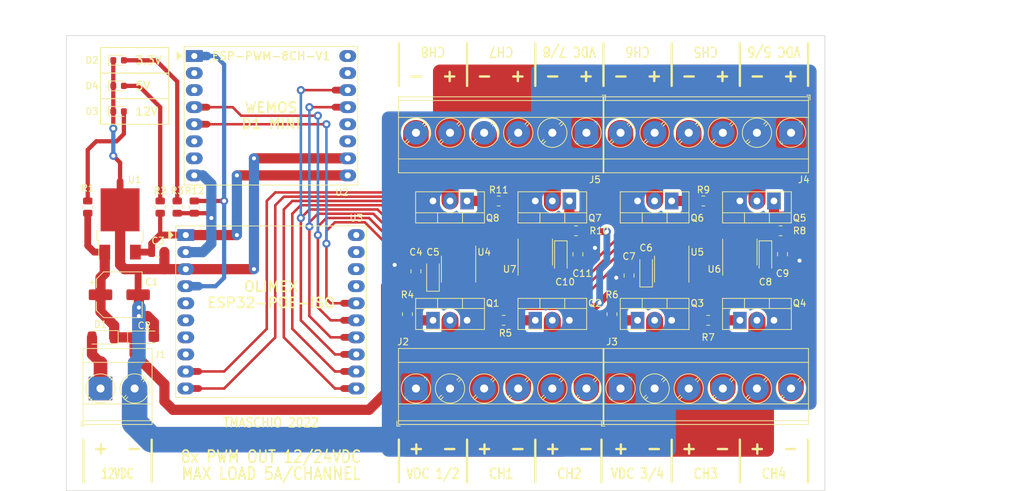
<source format=kicad_pcb>
(kicad_pcb (version 20240108) (generator "pcbnew") (generator_version "8.0")
  (title_block (title "ESP 6 Relay Module"))
  (layers (0 "F.Cu" signal) (31 "B.Cu" signal) (34 "B.Paste" user) (35 "F.Paste" user) (36 "B.SilkS" user "B.Silkscreen") (37 "F.SilkS" user "F.Silkscreen") (38 "B.Mask" user) (39 "F.Mask" user) (44 "Edge.Cuts" user))
  (net 0 "")
  (net 1 "+12VA")
  (net 2 "GNDREF")
  (net 3 "+5V")
  (net 4 "+12V")
  (net 5 "Net-(D2-Pad2)")
  (net 6 "Net-(D3-Pad2)")
  (net 7 "Net-(D4-Pad2)")
  (net 8 "+VA")
  (net 9 "+VB")
  (net 10 "+VC")
  (net 11 "Net-(J2-Pad4)")
  (net 12 "Net-(Q1-Pad1)")
  (net 13 "Net-(Q2-Pad1)")
  (net 14 "Net-(Q3-Pad1)")
  (net 15 "Net-(Q4-Pad1)")
  (net 16 "+3V3")
  (net 17 "Net-(J2-Pad6)")
  (net 20 "Net-(R8-Pad2)")
  (net 21 "Net-(R9-Pad2)")
  (net 22 "Net-(R12-Pad2)")
  (net 25 "+VD")
  (net 26 "Net-(J3-Pad4)")
  (net 28 "Net-(J3-Pad6)")
  (net 29 "Net-(J4-Pad4)")
  (net 30 "Net-(U2-Pad4)")
  (net 31 "Net-(U2-Pad5)")
  (net 37 "Net-(R6-Pad2)")
  (net 38 "Net-(R7-Pad2)")
  (net 41 "Net-(J4-Pad6)")
  (net 42 "Net-(J5-Pad4)")
  (net 43 "Net-(J5-Pad6)")
  (net 44 "Net-(Q5-Pad1)")
  (net 45 "Net-(Q6-Pad1)")
  (net 46 "Net-(Q7-Pad1)")
  (net 47 "Net-(Q8-Pad1)")
  (net 48 "Net-(R10-Pad2)")
  (net 49 "Net-(R11-Pad2)")
  (net 52 "Net-(U2-Pad13)")
  (net 53 "Net-(U2-Pad14)")
  (net 58 "Net-(R4-Pad2)")
  (net 59 "Net-(R5-Pad2)")
  (net 60 "Net-(U3-Pad9)")
  (net 61 "Net-(U3-Pad10)")
  (net 62 "Net-(U3-Pad11)")
  (net 63 "Net-(U3-Pad12)")
  (footprint "Tales:Olimex_ESP32-POE_Pads" (layer "F.Cu") (at 82.55 93.98)
    (property "Reference" "U3")
    (property "Value" "Olimex_ESP32-POE")
  )
  (footprint "Tales:SOIC-8_3.9x4.9mm_P1.27mm" (layer "F.Cu") (at 165.1 96.52 90)
    (property "Reference" "U6")
    (property "Value" "IR4427")
  )
  (footprint "Tales:C_0805_2012Metric" (layer "F.Cu") (at 171.45 96.835 -90)
    (property "Reference" "C9")
    (property "Value" "0,1uF/50V/0805")
  )
  (footprint "Tales:LED_0603_1608Metric" (layer "F.Cu") (at 72.5425 71.755)
    (property "Reference" "D4")
    (property "Value" "GREEN/0603")
  )
  (footprint "Tales:TO-220-3_Vertical" (layer "F.Cu") (at 134.62 106.68)
    (property "Reference" "Q2")
    (property "Value" "IRLB8721PBF")
  )
  (footprint "Tales:R_0805_2012Metric" (layer "F.Cu") (at 81.28 89.8125 90)
    (property "Reference" "R3")
    (property "Value" "270R/0,125W/0805")
  )
  (footprint "Tales:TerminalBlock_Phoenix_MKDS-3-6-5.08_1x06_P5.08mm_Horizontal" (layer "F.Cu") (at 142.24 78.74 180)
    (property "Reference" "J5")
    (property "Value" "CH7/8")
  )
  (footprint "Tales:SOIC-8_3.9x4.9mm_P1.27mm" (layer "F.Cu") (at 134.62 96.52 90)
    (property "Reference" "U7")
    (property "Value" "IR4427")
  )
  (footprint "Tales:R_0805_2012Metric" (layer "F.Cu") (at 129.8975 106.68 180)
    (property "Reference" "R5")
    (property "Value" "22R/0,125W/0805")
  )
  (footprint "Tales:C_0805_2012Metric" (layer "F.Cu") (at 116.84 99.375 90)
    (property "Reference" "C4")
    (property "Value" "0,1uF/50V/0805")
  )
  (footprint "Tales:TO-220-3_Vertical" (layer "F.Cu") (at 119.38 106.68)
    (property "Reference" "Q1")
    (property "Value" "IRLB8721PBF")
  )
  (footprint "Tales:TO-252-2" (layer "F.Cu") (at 72.765 92.32 90)
    (property "Reference" "U1")
    (property "Value" "L78M05")
  )
  (footprint "Tales:SOIC-8_3.9x4.9mm_P1.27mm" (layer "F.Cu") (at 123.19 99.06 -90)
    (property "Reference" "U4")
    (property "Value" "IR4427")
  )
  (footprint "Tales:CP_EIA-3216-18_Kemet-A_Pad1.58x1.35mm_HandSolder" (layer "F.Cu") (at 151.13 99.2275 90)
    (property "Reference" "C6")
    (property "Value" "1uF 35V")
  )
  (footprint "Tales:R_0805_2012Metric" (layer "F.Cu") (at 146.05 105.7675 90)
    (property "Reference" "R6")
    (property "Value" "22R/0,125W/0805")
  )
  (footprint "Tales:TO-220-3_Vertical" (layer "F.Cu") (at 139.7 88.9 180)
    (property "Reference" "Q7")
    (property "Value" "IRLB8721PBF")
  )
  (footprint "Tales:R_0805_2012Metric" (layer "F.Cu") (at 78.74 89.8125 90)
    (property "Reference" "R2")
    (property "Value" "680R/0,125W/0805")
  )
  (footprint "Tales:R_0805_2012Metric" (layer "F.Cu") (at 83.82 89.8125 90)
    (property "Reference" "R12")
    (property "Value" "4k7/0,125W/0805")
  )
  (footprint "Tales:TO-220-3_Vertical" (layer "F.Cu") (at 165.1 106.68)
    (property "Reference" "Q4")
    (property "Value" "IRLB8721PBF")
  )
  (footprint "Tales:R_0805_2012Metric" (layer "F.Cu") (at 140.6925 93.345 180)
    (property "Reference" "R10")
    (property "Value" "22R/0,125W/0805")
  )
  (footprint "Tales:C_0805_2012Metric" (layer "F.Cu") (at 148.59 100.015 90)
    (property "Reference" "C7")
    (property "Value" "0,1uF/50V/0805")
  )
  (footprint "Tales:CP_EIA-3216-18_Kemet-A_Pad1.58x1.35mm_HandSolder" (layer "F.Cu") (at 138.43 97.3225 -90)
    (property "Reference" "C10")
    (property "Value" "1uF 35V")
  )
  (footprint "Tales:TerminalBlock_Phoenix_MKDS-3-6-5.08_1x06_P5.08mm_Horizontal" (layer "F.Cu") (at 147.32 116.84)
    (property "Reference" "J3")
    (property "Value" "CH3/4")
  )
  (footprint "Tales:TO-220-3_Vertical" (layer "F.Cu") (at 149.86 106.68)
    (property "Reference" "Q3")
    (property "Value" "IRLB8721PBF")
  )
  (footprint "Tales:LED_0603_1608Metric" (layer "F.Cu") (at 72.5425 75.565)
    (property "Reference" "D3")
    (property "Value" "GREEN/0603")
  )
  (footprint "Tales:R_0805_2012Metric" (layer "F.Cu") (at 160.3775 106.68 180)
    (property "Reference" "R7")
    (property "Value" "22R/0,125W/0805")
  )
  (footprint "Tales:TerminalBlock_Phoenix_MKDS-3-6-5.08_1x06_P5.08mm_Horizontal" (layer "F.Cu") (at 116.84 116.84)
    (property "Reference" "J2")
    (property "Value" "CH1/2")
  )
  (footprint "Tales:R_0805_2012Metric" (layer "F.Cu") (at 171.1725 93.345 180)
    (property "Reference" "R8")
    (property "Value" "22R/0,125W/0805")
  )
  (footprint "Tales:CP_Elec_6.3x5.4" (layer "F.Cu") (at 72.65 102.87)
    (property "Reference" "C1")
    (property "Value" "47uF/35V/6,3x5,4")
  )
  (footprint "Tales:CP_EIA-3216-18_Kemet-A_Pad1.58x1.35mm_HandSolder" (layer "F.Cu") (at 76.3675 109.22)
    (property "Reference" "C2")
    (property "Value" "0,33uF/35V")
  )
  (footprint "Tales:CP_EIA-3216-18_Kemet-A_Pad1.58x1.35mm_HandSolder" (layer "F.Cu") (at 119.38 99.8625 90)
    (property "Reference" "C5")
    (property "Value" "1uF 35V")
  )
  (footprint "Tales:TerminalBlock_Phoenix_MKDS-3-6-5.08_1x06_P5.08mm_Horizontal" (layer "F.Cu") (at 172.72 78.74 180)
    (property "Reference" "J4")
    (property "Value" "CH5/6")
  )
  (footprint "Tales:WEMOS_D1_mini_light_pads" (layer "F.Cu") (at 83.82 67.31)
    (property "Reference" "U2")
    (property "Value" "WeMos_D1_mini")
  )
  (footprint "Tales:SOIC-8_3.9x4.9mm_P1.27mm" (layer "F.Cu") (at 154.94 99.06 -90)
    (property "Reference" "U5")
    (property "Value" "IR4427")
  )
  (footprint "Tales:D_SOD-123" (layer "F.Cu") (at 70.23 109.22 180)
    (property "Reference" "D1")
    (property "Value" "SM4007PL/SOD-123")
  )
  (footprint "Tales:LED_0603_1608Metric" (layer "F.Cu") (at 72.5425 67.945)
    (property "Reference" "D2")
    (property "Value" "GREEN/0603")
  )
  (footprint "Tales:C_0805_2012Metric" (layer "F.Cu") (at 140.97 96.835 -90)
    (property "Reference" "C11")
    (property "Value" "0,1uF/50V/0805")
  )
  (footprint "Tales:TO-220-3_Vertical" (layer "F.Cu") (at 170.18 88.9 180)
    (property "Reference" "Q5")
    (property "Value" "IRLB8721PBF")
  )
  (footprint "Tales:CP_EIA-3216-18_Kemet-A_Pad1.58x1.35mm_HandSolder" (layer "F.Cu") (at 168.91 97.3225 -90)
    (property "Reference" "C8")
    (property "Value" "1uF 35V")
  )
  (footprint "Tales:C_0805_2012Metric" (layer "F.Cu") (at 78.42 96.52)
    (property "Reference" "C3")
    (property "Value" "0,1uF/50V/0805")
  )
  (footprint "Tales:R_0805_2012Metric" (layer "F.Cu") (at 115.57 105.7675 90)
    (property "Reference" "R4")
    (property "Value" "22R/0,125W/0805")
  )
  (footprint "Tales:TO-220-3_Vertical" (layer "F.Cu") (at 154.94 88.9 180)
    (property "Reference" "Q6")
    (property "Value" "IRLB8721PBF")
  )
  (footprint "Tales:TO-220-3_Vertical" (layer "F.Cu") (at 124.46 88.9 180)
    (property "Reference" "Q8")
    (property "Value" "IRLB8721PBF")
  )
  (footprint "Tales:R_0805_2012Metric" (layer "F.Cu") (at 67.945 89.8125 90)
    (property "Reference" "R1")
    (property "Value" "2k2/0,125W/0805")
  )
  (footprint "Tales:R_0805_2012Metric" (layer "F.Cu") (at 159.6625 88.9)
    (property "Reference" "R9")
    (property "Value" "22R/0,125W/0805")
  )
  (footprint "Tales:R_0805_2012Metric" (layer "F.Cu") (at 129.1825 88.9)
    (property "Reference" "R11")
    (property "Value" "22R/0,125W/0805")
  )
  (footprint "Tales:TerminalBlock_Phoenix_MKDS-3-2-5.08_1x02_P5.08mm_Horizontal" (layer "F.Cu") (at 69.85 116.84)
    (property "Reference" "J1")
    (property "Value" "12VDC")
  )
  (gr_line (start 69.85 69.85) (end 80.01 69.85) (stroke (width 0.15)) (layer "F.SilkS"))
  (gr_line (start 80.01 77.47) (end 80.01 66.04) (stroke (width 0.15)) (layer "F.SilkS"))
  (gr_line (start 69.85 77.47) (end 80.01 77.47) (stroke (width 0.15)) (layer "F.SilkS"))
  (gr_line (start 80.01 66.04) (end 69.85 66.04) (stroke (width 0.15)) (layer "F.SilkS"))
  (gr_line (start 69.85 73.66) (end 80.01 73.66) (stroke (width 0.15)) (layer "F.SilkS"))
  (gr_line (start 69.85 66.04) (end 69.85 77.47) (stroke (width 0.15)) (layer "F.SilkS"))
  (gr_line (start 165.1 65.405) (end 165.1 71.755) (stroke (width 0.35)) (layer "F.SilkS"))
  (gr_line (start 175.26 65.405) (end 175.26 71.755) (stroke (width 0.35)) (layer "F.SilkS"))
  (gr_line (start 134.62 124.46) (end 134.62 130.81) (stroke (width 0.35)) (layer "F.SilkS"))
  (gr_line (start 114.3 124.46) (end 114.3 130.81) (stroke (width 0.35)) (layer "F.SilkS"))
  (gr_line (start 165.1 124.46) (end 165.1 130.81) (stroke (width 0.35)) (layer "F.SilkS"))
  (gr_line (start 144.78 65.405) (end 144.78 71.755) (stroke (width 0.35)) (layer "F.SilkS"))
  (gr_line (start 154.94 124.46) (end 154.94 130.81) (stroke (width 0.35)) (layer "F.SilkS"))
  (gr_line (start 144.48 124.46) (end 144.48 130.81) (stroke (width 0.35)) (layer "F.SilkS"))
  (gr_line (start 175.26 124.46) (end 175.26 130.81) (stroke (width 0.35)) (layer "F.SilkS"))
  (gr_line (start 124.46 124.46) (end 124.46 130.81) (stroke (width 0.35)) (layer "F.SilkS"))
  (gr_line (start 114.3 65.405) (end 114.3 71.755) (stroke (width 0.35)) (layer "F.SilkS"))
  (gr_line (start 134.62 65.405) (end 134.62 71.755) (stroke (width 0.35)) (layer "F.SilkS"))
  (gr_line (start 154.94 65.405) (end 154.94 71.755) (stroke (width 0.35)) (layer "F.SilkS"))
  (gr_line (start 124.46 65.405) (end 124.46 71.755) (stroke (width 0.35)) (layer "F.SilkS"))
  (gr_line (start 67.31 124.46) (end 67.31 130.81) (stroke (width 0.35)) (layer "F.SilkS"))
  (gr_line (start 77.47 124.46) (end 77.47 130.81) (stroke (width 0.35)) (layer "F.SilkS"))
  (gr_line (start 64.77 132.08) (end 177.77 132.08) (stroke (width 0.1)) (layer "Edge.Cuts"))
  (gr_line (start 177.77 64.28) (end 64.77 64.28) (stroke (width 0.1)) (layer "Edge.Cuts"))
  (gr_line (start 177.77 132.08) (end 177.77 64.28) (stroke (width 0.1)) (layer "Edge.Cuts"))
  (gr_line (start 64.77 64.28) (end 64.77 132.08) (stroke (width 0.1)) (layer "Edge.Cuts"))
  (gr_text "12VDC" (at 72.39 129.54 0) (layer "F.SilkS") (effects (font (size 1.5 1) (thickness 0.25))))
  (gr_text "8x PWM OUT 12/24VDC" (at 95.25 127 0) (layer "F.SilkS") (effects (font (size 1.8 1.5) (thickness 0.25))))
  (gr_text "12V" (at 74.93 75.565 0) (layer "F.SilkS") (effects (font (size 1.2 1.2) (thickness 0.2)) (justify left)))
  (gr_text "5V" (at 74.93 71.755 0) (layer "F.SilkS") (effects (font (size 1.2 1.2) (thickness 0.2)) (justify left)))
  (gr_text "3.3V" (at 74.93 67.945 0) (layer "F.SilkS") (effects (font (size 1.2 1.2) (thickness 0.2)) (justify left)))
  (gr_text "OLIMEX\nESP32-POE-ISO" (at 95.25 102.87 0) (layer "F.SilkS") (effects (font (size 1.5 1.5) (thickness 0.25))))
  (gr_text "MAX LOAD 5A/CHANNEL" (at 95.25 129.54 0) (layer "F.SilkS") (effects (font (size 1.8 1.5) (thickness 0.25))))
  (gr_text "+  -" (at 129.54 125.73 0) (layer "F.SilkS") (effects (font (size 1.8 1.8) (thickness 0.35))))
  (gr_text "CH5" (at 160.02 66.675 180) (layer "F.SilkS") (effects (font (size 1.5 1.2) (thickness 0.2))))
  (gr_text "CH2" (at 139.7 129.54 0) (layer "F.SilkS") (effects (font (size 1.5 1.2) (thickness 0.25))))
  (gr_text "CH8" (at 119.38 66.675 180) (layer "F.SilkS") (effects (font (size 1.5 1.2) (thickness 0.2))))
  (gr_text "VDC 7/8" (at 139.7 66.675 180) (layer "F.SilkS") (effects (font (size 1.5 1.2) (thickness 0.25))))
  (gr_text "CH3" (at 160.02 129.54 0) (layer "F.SilkS") (effects (font (size 1.5 1.2) (thickness 0.25))))
  (gr_text "+  -" (at 160.02 125.73 0) (layer "F.SilkS") (effects (font (size 1.8 1.8) (thickness 0.35))))
  (gr_text "+  -" (at 160.02 70.485 180) (layer "F.SilkS") (effects (font (size 1.8 1.8) (thickness 0.35))))
  (gr_text "+  -" (at 170.18 125.73 0) (layer "F.SilkS") (effects (font (size 1.8 1.8) (thickness 0.35))))
  (gr_text "+  -" (at 149.86 125.73 0) (layer "F.SilkS") (effects (font (size 1.8 1.8) (thickness 0.35))))
  (gr_text "+  -" (at 170.18 70.485 180) (layer "F.SilkS") (effects (font (size 1.8 1.8) (thickness 0.35))))
  (gr_text "VDC 1/2" (at 119.38 129.54 0) (layer "F.SilkS") (effects (font (size 1.5 1.2) (thickness 0.25))))
  (gr_text "+  -" (at 72.39 125.73 0) (layer "F.SilkS") (effects (font (size 1.8 1.8) (thickness 0.35))))
  (gr_text "+  -" (at 119.38 70.485 180) (layer "F.SilkS") (effects (font (size 1.8 1.8) (thickness 0.35))))
  (gr_text "+  -" (at 149.86 70.485 180) (layer "F.SilkS") (effects (font (size 1.8 1.8) (thickness 0.35))))
  (gr_text "TMASCHIO 2022" (at 95.25 121.92 0) (layer "F.SilkS") (effects (font (size 1.4 1.2) (thickness 0.2))))
  (gr_text "+  -" (at 139.7 70.485 180) (layer "F.SilkS") (effects (font (size 1.8 1.8) (thickness 0.35))))
  (gr_text "WEMOS\nD1 MINI" (at 95.25 76.2 0) (layer "F.SilkS") (effects (font (size 1.5 1.5) (thickness 0.25))))
  (gr_text "+  -" (at 129.54 70.485 180) (layer "F.SilkS") (effects (font (size 1.8 1.8) (thickness 0.35))))
  (gr_text "VDC 5/6" (at 170.18 66.675 180) (layer "F.SilkS") (effects (font (size 1.5 1.2) (thickness 0.25))))
  (gr_text "CH4" (at 170.18 129.54 0) (layer "F.SilkS") (effects (font (size 1.5 1.2) (thickness 0.25))))
  (gr_text "CH6" (at 149.86 66.675 180) (layer "F.SilkS") (effects (font (size 1.5 1.2) (thickness 0.2))))
  (gr_text "+  -" (at 119.38 125.73 0) (layer "F.SilkS") (effects (font (size 1.8 1.8) (thickness 0.35))))
  (gr_text "CH7" (at 129.54 66.675 180) (layer "F.SilkS") (effects (font (size 1.5 1.2) (thickness 0.2))))
  (gr_text "CH1" (at 129.54 129.54 0) (layer "F.SilkS") (effects (font (size 1.5 1.2) (thickness 0.25))))
  (gr_text "+  -" (at 139.7 125.73 0) (layer "F.SilkS") (effects (font (size 1.8 1.8) (thickness 0.35))))
  (gr_text "ESP-PWM-8CH-V1" (at 95.25 67.31 0) (layer "F.SilkS") (effects (font (size 1.2 1.2) (thickness 0.2))))
  (gr_text "VDC 3/4" (at 149.86 129.54 0) (layer "F.SilkS") (effects (font (size 1.5 1.2) (thickness 0.25))))
  (segment (start 74.93 111.76) (end 79.375 116.205) (width 1.524) (layer "F.Cu") (net 1))
  (segment (start 140.97 95.885) (end 138.43 95.885) (width 1.016) (layer "F.Cu") (net 1))
  (segment (start 148.89 100.665) (end 148.59 100.965) (width 1.016) (layer "F.Cu") (net 1))
  (segment (start 67.945 95.5675) (end 67.945 90.805) (width 1.016) (layer "F.Cu") (net 1))
  (segment (start 154.305 101.535) (end 154.305 99.695) (width 0.635) (layer "F.Cu") (net 1))
  (segment (start 161.29 102.235) (end 158.75 99.695) (width 1.016) (layer "F.Cu") (net 1))
  (segment (start 71.88 107.44) (end 69.85 105.41) (width 1.524) (layer "F.Cu") (net 1))
  (segment (start 70.485 96.52) (end 68.8975 96.52) (width 1.016) (layer "F.Cu") (net 1))
  (segment (start 70.485 96.52) (end 70.485 99.695) (width 1.524) (layer "F.Cu") (net 1))
  (segment (start 141.351 95.885) (end 142.24 94.996) (width 1.016) (layer "F.Cu") (net 1))
  (segment (start 69.85 105.41) (end 69.85 102.87) (width 1.524) (layer "F.Cu") (net 1))
  (segment (start 120.503005 99.695) (end 119.38 100.818005) (width 1.016) (layer "F.Cu") (net 1))
  (segment (start 112.395 101.6) (end 113.67 100.325) (width 1.524) (layer "F.Cu") (net 1))
  (segment (start 109.855 120.015) (end 112.395 117.475) (width 1.524) (layer "F.Cu") (net 1))
  (segment (start 135.89 95.885) (end 138.43 95.885) (width 0.635) (layer "F.Cu") (net 1))
  (segment (start 79.375 116.205) (end 79.375 118.745) (width 1.524) (layer "F.Cu") (net 1))
  (segment (start 80.645 120.015) (end 109.855 120.015) (width 1.524) (layer "F.Cu") (net 1))
  (segment (start 174.625 95.885) (end 175.895 97.155) (width 1.016) (layer "F.Cu") (net 1))
  (segment (start 143.63652 104.64848) (end 128.77848 104.64848) (width 1.016) (layer "F.Cu") (net 1))
  (segment (start 117.815 101.3) (end 116.84 100.325) (width 1.524) (layer "F.Cu") (net 1))
  (segment (start 70.485 99.695) (end 69.85 100.33) (width 1.524) (layer "F.Cu") (net 1))
  (segment (start 158.75 99.695) (end 152.1 99.695) (width 1.016) (layer "F.Cu") (net 1))
  (segment (start 143.764 93.472) (end 145.288 93.472) (width 1.016) (layer "F.Cu") (net 1))
  (segment (start 112.395 117.475) (end 112.395 101.6) (width 1.524) (layer "F.Cu") (net 1))
  (segment (start 173.99 102.235) (end 161.29 102.235) (width 1.016) (layer "F.Cu") (net 1))
  (segment (start 119.38 100.818005) (end 119.38 101.3) (width 1.016) (layer "F.Cu") (net 1))
  (segment (start 68.8975 96.52) (end 67.945 95.5675) (width 1.016) (layer "F.Cu") (net 1))
  (segment (start 175.895 97.155) (end 175.895 100.33) (width 1.016) (layer "F.Cu") (net 1))
  (segment (start 140.97 95.885) (end 141.351 95.885) (width 1.016) (layer "F.Cu") (net 1))
  (segment (start 144.2085 104.0765) (end 143.63652 104.64848) (width 1.016) (layer "F.Cu") (net 1))
  (segment (start 148.59 100.965) (end 148.59 101.854) (width 1.016) (layer "F.Cu") (net 1))
  (segment (start 151.13 100.665) (end 148.89 100.665) (width 1.016) (layer "F.Cu") (net 1))
  (segment (start 71.88 109.22) (end 71.88 107.44) (width 1.524) (layer "F.Cu") (net 1))
  (segment (start 69.85 100.33) (end 69.85 102.87) (width 1.524) (layer "F.Cu") (net 1))
  (segment (start 165.735 94.769676) (end 165.735 94.045) (width 0.635) (layer "F.Cu") (net 1))
  (segment (start 147.828 102.616) (end 145.669 102.616) (width 1.016) (layer "F.Cu") (net 1))
  (segment (start 125.73 99.695) (end 122.555 99.695) (width 1.016) (layer "F.Cu") (net 1))
  (segment (start 142.24 94.996) (end 143.764 93.472) (width 1.016) (layer "F.Cu") (net 1))
  (segment (start 168.91 95.885) (end 166.850324 95.885) (width 0.635) (layer "F.Cu") (net 1))
  (segment (start 126.365 102.235) (end 126.365 100.33) (width 1.016) (layer "F.Cu") (net 1))
  (segment (start 74.93 109.22) (end 74.93 111.76) (width 1.524) (layer "F.Cu") (net 1))
  (segment (start 71.88 109.22) (end 74.93 109.22) (width 1.524) (layer "F.Cu") (net 1))
  (segment (start 175.895 100.33) (end 173.99 102.235) (width 1.016) (layer "F.Cu") (net 1))
  (segment (start 152.1 99.695) (end 151.13 100.665) (width 1.016) (layer "F.Cu") (net 1))
  (segment (start 126.365 100.33) (end 125.73 99.695) (width 1.016) (layer "F.Cu") (net 1))
  (segment (start 122.555 101.535) (end 122.555 99.695) (width 1.016) (layer "F.Cu") (net 1))
  (segment (start 135.255 95.25) (end 135.89 95.885) (width 0.635) (layer "F.Cu") (net 1))
  (segment (start 119.38 101.3) (end 117.815 101.3) (width 1.524) (layer "F.Cu") (net 1))
  (segment (start 148.59 101.854) (end 147.828 102.616) (width 1.016) (layer "F.Cu") (net 1))
  (segment (start 171.45 95.885) (end 174.625 95.885) (width 1.016) (layer "F.Cu") (net 1))
  (segment (start 135.255 94.045) (end 135.255 95.25) (width 0.635) (layer "F.Cu") (net 1))
  (segment (start 145.669 102.616) (end 144.2085 104.0765) (width 1.016) (layer "F.Cu") (net 1))
  (segment (start 122.555 99.695) (end 120.503005 99.695) (width 1.016) (layer "F.Cu") (net 1))
  (segment (start 113.67 100.325) (end 116.84 100.325) (width 1.524) (layer "F.Cu") (net 1))
  (segment (start 128.77848 104.64848) (end 126.365 102.235) (width 1.016) (layer "F.Cu") (net 1))
  (segment (start 166.850324 95.885) (end 165.735 94.769676) (width 0.635) (layer "F.Cu") (net 1))
  (segment (start 171.45 95.885) (end 168.91 95.885) (width 1.016) (layer "F.Cu") (net 1))
  (segment (start 79.375 118.745) (end 80.645 120.015) (width 1.524) (layer "F.Cu") (net 1))
  (via (at 144.2085 104.0765) (size 1.2) (drill 0.6) (layers "F.Cu" "B.Cu") (net 1))
  (via (at 145.288 93.472) (size 1.2) (drill 0.6) (layers "F.Cu" "B.Cu") (net 1))
  (segment (start 145.288 93.472) (end 145.288 98.044) (width 1.016) (layer "B.Cu") (net 1))
  (segment (start 145.288 98.044) (end 144.2085 99.1235) (width 1.016) (layer "B.Cu") (net 1))
  (segment (start 144.2085 99.1235) (end 144.2085 104.0765) (width 1.016) (layer "B.Cu") (net 1))
  (segment (start 154.305 97.79) (end 153.67 98.425) (width 0.635) (layer "F.Cu") (net 2))
  (segment (start 79.375 99.06) (end 73.43 99.06) (width 1.524) (layer "F.Cu") (net 2))
  (segment (start 169.885 97.785) (end 168.91 98.76) (width 1.016) (layer "F.Cu") (net 2))
  (segment (start 147.95 99.065) (end 148.59 99.065) (width 1.016) (layer "F.Cu") (net 2))
  (segment (start 140.97 97.785) (end 139.405 97.785) (width 1.016) (layer "F.Cu") (net 2))
  (segment (start 76.835 106.045) (end 75.565 106.045) (width 1.524) (layer "F.Cu") (net 2))
  (segment (start 72.765 85.985) (end 72.765 90.22) (width 1.016) (layer "F.Cu") (net 2))
  (segment (start 71.755 67.945) (end 71.755 71.755) (width 0.635) (layer "F.Cu") (net 2))
  (segment (start 79.375 99.06) (end 82.55 99.06) (width 1.524) (layer "F.Cu") (net 2))
  (segment (start 82.55 99.06) (end 92.71 99.06) (width 1.524) (layer "F.Cu") (net 2))
  (segment (start 139.405 97.785) (end 138.43 98.76) (width 1.016) (layer "F.Cu") (net 2))
  (segment (start 92.71 82.55) (end 106.68 82.55) (width 1.524) (layer "F.Cu") (net 2))
  (segment (start 143.51 95.885) (end 141.61 97.785) (width 1.016) (layer "F.Cu") (net 2))
  (segment (start 173.995 97.785) (end 171.45 97.785) (width 1.016) (layer "F.Cu") (net 2))
  (segment (start 71.755 75.565) (end 71.755 78.105) (width 0.635) (layer "F.Cu") (net 2))
  (segment (start 79.37 96.52) (end 79.37 99.055) (width 1.524) (layer "F.Cu") (net 2))
  (segment (start 165.735 98.995) (end 165.735 100.33) (width 0.635) (layer "F.Cu") (net 2))
  (segment (start 137.16 97.155) (end 138.43 98.425) (width 0.635) (layer "F.Cu") (net 2))
  (segment (start 166.37 100.965) (end 168.275 100.965) (width 0.635) (layer "F.Cu") (net 2))
  (segment (start 151.765 98.425) (end 151.13 97.79) (width 0.635) (layer "F.Cu") (net 2))
  (segment (start 135.255 97.79) (end 135.89 97.155) (width 0.635) (layer "F.Cu") (net 2))
  (segment (start 77.805 107.015) (end 76.835 106.045) (width 1.524) (layer "F.Cu") (net 2))
  (segment (start 141.61 97.785) (end 140.97 97.785) (width 1.016) (layer "F.Cu") (net 2))
  (segment (start 121.92 98.425) (end 119.38 98.425) (width 0.635) (layer "F.Cu") (net 2))
  (segment (start 72.765 98.395) (end 72.765 90.22) (width 1.524) (layer "F.Cu") (net 2))
  (segment (start 77.805 109.22) (end 77.805 107.015) (width 1.524) (layer "F.Cu") (net 2))
  (segment (start 135.255 98.995) (end 135.255 97.79) (width 0.635) (layer "F.Cu") (net 2))
  (segment (start 75.565 106.045) (end 75.565 102.985) (width 1.524) (layer "F.Cu") (net 2))
  (segment (start 171.45 97.785) (end 169.885 97.785) (width 1.016) (layer "F.Cu") (net 2))
  (segment (start 168.91 100.33) (end 168.91 98.76) (width 0.635) (layer "F.Cu") (net 2))
  (segment (start 119.38 98.425) (end 116.84 98.425) (width 1.016) (layer "F.Cu") (net 2))
  (segment (start 122.555 97.79) (end 121.92 98.425) (width 0.635) (layer "F.Cu") (net 2))
  (segment (start 135.89 97.155) (end 137.16 97.155) (width 0.635) (layer "F.Cu") (net 2))
  (segment (start 75.45 102.87) (end 75.45 99.06) (width 1.016) (layer "F.Cu") (net 2))
  (segment (start 71.755 71.755) (end 71.755 75.565) (width 0.635) (layer "F.Cu") (net 2))
  (segment (start 122.555 96.585) (end 122.555 97.79) (width 0.635) (layer "F.Cu") (net 2))
  (segment (start 148.59 99.065) (end 149.855 99.065) (width 1.016) (layer "F.Cu") (net 2))
  (segment (start 79.37 99.055) (end 79.375 99.06) (width 1.016) (layer "F.Cu") (net 2))
  (segment (start 71.755 82.175) (end 72.765 83.185) (width 0.635) (layer "F.Cu") (net 2))
  (segment (start 154.305 96.585) (end 154.305 97.79) (width 0.635) (layer "F.Cu") (net 2))
  (segment (start 165.735 100.33) (end 166.37 100.965) (width 0.635) (layer "F.Cu") (net 2))
  (segment (start 168.275 100.965) (end 168.91 100.33) (width 0.635) (layer "F.Cu") (net 2))
  (segment (start 146.685 100.33) (end 147.95 99.065) (width 1.016) (layer "F.Cu") (net 2))
  (segment (start 73.43 99.06) (end 72.765 98.395) (width 1.524) (layer "F.Cu") (net 2))
  (segment (start 113.665 98.425) (end 116.84 98.425) (width 1.016) (layer "F.Cu") (net 2))
  (segment (start 153.67 98.425) (end 151.765 98.425) (width 0.635) (layer "F.Cu") (net 2))
  (segment (start 72.765 83.185) (end 72.765 85.985) (width 0.635) (layer "F.Cu") (net 2))
  (segment (start 75.565 102.985) (end 75.45 102.87) (width 1.016) (layer "F.Cu") (net 2))
  (segment (start 149.855 99.065) (end 151.13 97.79) (width 1.016) (layer "F.Cu") (net 2))
  (via (at 173.99 97.79) (size 1.2) (drill 0.6) (layers "F.Cu" "B.Cu") (net 2))
  (via (at 92.71 82.55) (size 1.2) (drill 0.6) (layers "F.Cu" "B.Cu") (net 2))
  (via (at 71.755 82.175) (size 1.2) (drill 0.6) (layers "F.Cu" "B.Cu") (net 2))
  (via (at 71.755 78.105) (size 1.2) (drill 0.6) (layers "F.Cu" "B.Cu") (net 2))
  (via (at 92.71 99.06) (size 1.2) (drill 0.6) (layers "F.Cu" "B.Cu") (net 2))
  (via (at 75.565 104.775) (size 1.2) (drill 0.6) (layers "F.Cu" "B.Cu") (net 2))
  (via (at 146.685 100.33) (size 1.2) (drill 0.6) (layers "F.Cu" "B.Cu") (net 2))
  (via (at 75.565 106.045) (size 1.2) (drill 0.6) (layers "F.Cu" "B.Cu") (net 2))
  (via (at 113.665 98.425) (size 1.2) (drill 0.6) (layers "F.Cu" "B.Cu") (net 2))
  (via (at 143.51 95.885) (size 1.2) (drill 0.6) (layers "F.Cu" "B.Cu") (net 2))
  (segment (start 154.94 111.76) (end 152.4 111.76) (width 1.524) (layer "B.Cu") (net 2))
  (segment (start 139.7 109.22) (end 137.16 111.76) (width 1.524) (layer "B.Cu") (net 2))
  (segment (start 74.93 116.84) (end 74.93 113.03) (width 2.032) (layer "B.Cu") (net 2))
  (segment (start 121.92 124.46) (end 149.86 124.46) (width 1.524) (layer "B.Cu") (net 2))
  (segment (start 74.93 113.03) (end 75.565 112.395) (width 2.032) (layer "B.Cu") (net 2))
  (segment (start 71.755 78.105) (end 71.755 82.175) (width 0.635) (layer "B.Cu") (net 2))
  (segment (start 167.64 111.76) (end 154.94 111.76) (width 1.524) (layer "B.Cu") (net 2))
  (segment (start 124.46 106.68) (end 124.46 111.76) (width 1.524) (layer "B.Cu") (net 2))
  (segment (start 77.47 124.46) (end 74.93 121.92) (width 3.81) (layer "B.Cu") (net 2))
  (segment (start 139.7 106.68) (end 139.7 109.22) (width 1.524) (layer "B.Cu") (net 2))
  (segment (start 75.565 112.395) (end 75.565 104.775) (width 2.032) (layer "B.Cu") (net 2))
  (segment (start 167.64 78.74) (end 167.64 83.82) (width 1.524) (layer "B.Cu") (net 2))
  (segment (start 146.685 100.33) (end 146.685 109.22) (width 1.524) (layer "B.Cu") (net 2))
  (segment (start 134.62 83.82) (end 137.16 83.82) (width 1.524) (layer "B.Cu") (net 2))
  (segment (start 149.86 124.46) (end 152.4 121.92) (width 1.524) (layer "B.Cu") (net 2))
  (segment (start 143.51 95.885) (end 143.51 86.36) (width 1.524) (layer "B.Cu") (net 2))
  (segment (start 149.225 111.76) (end 152.4 111.76) (width 1.524) (layer "B.Cu") (net 2))
  (segment (start 139.7 71.12) (end 137.16 73.66) (width 1.524) (layer "B.Cu") (net 2))
  (segment (start 113.665 98.425) (end 113.665 109.22) (width 1.524) (layer "B.Cu") (net 2))
  (segment (start 170.18 106.68) (end 170.18 109.22) (width 1.524) (layer "B.Cu") (net 2))
  (segment (start 152.4 116.84) (end 152.4 111.76) (width 1.524) (layer "B.Cu") (net 2))
  (segment (start 167.64 73.66) (end 165.1 71.12) (width 1.524) (layer "B.Cu") (net 2))
  (segment (start 113.665 109.22) (end 116.205 111.76) (width 1.524) (layer "B.Cu") (net 2))
  (segment (start 113.665 86.995) (end 116.84 83.82) (width 1.524) (layer "B.Cu") (net 2))
  (segment (start 134.62 88.9) (end 134.62 83.82) (width 1.524) (layer "B.Cu") (net 2))
  (segment (start 137.16 111.76) (end 124.46 111.76) (width 1.524) (layer "B.Cu") (net 2))
  (segment (start 137.16 78.74) (end 137.16 83.82) (width 1.524) (layer "B.Cu") (net 2))
  (segment (start 149.86 86.36) (end 152.4 83.82) (width 1.524) (layer "B.Cu") (net 2))
  (segment (start 165.1 83.82) (end 167.64 83.82) (width 1.524) (layer "B.Cu") (net 2))
  (segment (start 116.205 111.76) (end 121.92 111.76) (width 1.524) (layer "B.Cu") (net 2))
  (segment (start 119.38 88.9) (end 119.38 83.82) (width 1.524) (layer "B.Cu") (net 2))
  (segment (start 121.92 111.76) (end 121.92 116.84) (width 1.524) (layer "B.Cu") (net 2))
  (segment (start 74.93 121.92) (end 74.93 116.84) (width 3.81) (layer "B.Cu") (net 2))
  (segment (start 152.4 83.82) (end 165.1 83.82) (width 1.524) (layer "B.Cu") (net 2))
  (segment (start 165.1 88.9) (end 165.1 83.82) (width 1.524) (layer "B.Cu") (net 2))
  (segment (start 119.38 83.82) (end 134.62 83.82) (width 1.524) (layer "B.Cu") (net 2))
  (segment (start 170.18 109.22) (end 167.64 111.76) (width 1.524) (layer "B.Cu") (net 2))
  (segment (start 121.92 116.84) (end 121.92 124.46) (width 1.524) (layer "B.Cu") (net 2))
  (segment (start 137.16 73.66) (end 137.16 78.74) (width 1.524) (layer "B.Cu") (net 2))
  (segment (start 116.84 83.82) (end 119.38 83.82) (width 1.524) (layer "B.Cu") (net 2))
  (segment (start 113.665 86.995) (end 113.665 98.425) (width 1.524) (layer "B.Cu") (net 2))
  (segment (start 173.99 97.79) (end 173.99 86.36) (width 1.524) (layer "B.Cu") (net 2))
  (segment (start 121.92 111.76) (end 124.46 111.76) (width 1.524) (layer "B.Cu") (net 2))
  (segment (start 143.51 86.36) (end 140.97 83.82) (width 1.524) (layer "B.Cu") (net 2))
  (segment (start 140.97 83.82) (end 137.16 83.82) (width 1.524) (layer "B.Cu") (net 2))
  (segment (start 77.47 124.46) (end 121.92 124.46) (width 3.81) (layer "B.Cu") (net 2))
  (segment (start 171.45 83.82) (end 167.64 83.82) (width 1.524) (layer "B.Cu") (net 2))
  (segment (start 152.4 121.92) (end 152.4 116.84) (width 1.524) (layer "B.Cu") (net 2))
  (segment (start 167.64 78.74) (end 167.64 73.66) (width 1.524) (layer "B.Cu") (net 2))
  (segment (start 149.86 88.9) (end 149.86 86.36) (width 1.524) (layer "B.Cu") (net 2))
  (segment (start 165.1 71.12) (end 139.7 71.12) (width 1.524) (layer "B.Cu") (net 2))
  (segment (start 146.685 109.22) (end 149.225 111.76) (width 1.524) (layer "B.Cu") (net 2))
  (segment (start 173.99 86.36) (end 171.45 83.82) (width 1.524) (layer "B.Cu") (net 2))
  (segment (start 154.94 106.68) (end 154.94 111.76) (width 1.524) (layer "B.Cu") (net 2))
  (segment (start 92.71 99.06) (end 92.71 82.55) (width 1.524) (layer "B.Cu") (net 2))
  (segment (start 78.74 93.98) (end 82.55 93.98) (width 1.016) (layer "F.Cu") (net 3))
  (segment (start 77.47 95.25) (end 78.74 93.98) (width 1.016) (layer "F.Cu") (net 3))
  (segment (start 77.47 96.52) (end 77.47 95.25) (width 1.016) (layer "F.Cu") (net 3))
  (segment (start 90.17 93.98) (end 82.55 93.98) (width 1.524) (layer "F.Cu") (net 3))
  (segment (start 78.74 90.725) (end 78.74 93.98) (width 0.635) (layer "F.Cu") (net 3))
  (segment (start 106.68 85.09) (end 90.17 85.09) (width 1.524) (layer "F.Cu") (net 3))
  (segment (start 75.045 96.52) (end 77.47 96.52) (width 1.016) (layer "F.Cu") (net 3))
  (via (at 90.17 85.09) (size 1.2) (drill 0.6) (layers "F.Cu" "B.Cu") (net 3))
  (via (at 90.17 93.98) (size 1.2) (drill 0.6) (layers "F.Cu" "B.Cu") (net 3))
  (segment (start 90.17 85.09) (end 90.17 93.98) (width 1.524) (layer "B.Cu") (net 3))
  (segment (start 69.85 116.84) (end 69.85 113.03) (width 2.032) (layer "F.Cu") (net 4))
  (segment (start 68.58 109.22) (end 68.58 111.76) (width 1.524) (layer "F.Cu") (net 4))
  (segment (start 68.58 111.76) (end 69.85 113.03) (width 1.524) (layer "F.Cu") (net 4))
  (segment (start 78.105 67.945) (end 81.28 71.12) (width 0.635) (layer "F.Cu") (net 5))
  (segment (start 81.28 71.12) (end 81.28 88.9) (width 0.635) (layer "F.Cu") (net 5))
  (segment (start 73.33 67.945) (end 78.105 67.945) (width 0.635) (layer "F.Cu") (net 5))
  (segment (start 69.215 80.01) (end 72.233451 80.01) (width 0.635) (layer "F.Cu") (net 6))
  (segment (start 72.233451 80.01) (end 73.33 78.913451) (width 0.635) (layer "F.Cu") (net 6))
  (segment (start 67.945 81.28) (end 69.215 80.01) (width 0.635) (layer "F.Cu") (net 6))
  (segment (start 67.945 88.9) (end 67.945 81.28) (width 0.635) (layer "F.Cu") (net 6))
  (segment (start 73.33 78.913451) (end 73.33 75.565) (width 0.635) (layer "F.Cu") (net 6))
  (segment (start 73.33 71.755) (end 75.565 71.755) (width 0.635) (layer "F.Cu") (net 7))
  (segment (start 75.565 71.755) (end 78.74 74.93) (width 0.635) (layer "F.Cu") (net 7))
  (segment (start 78.74 74.93) (end 78.74 88.9) (width 0.635) (layer "F.Cu") (net 7))
  (segment (start 116.84 116.84) (end 116.84 121.92) (width 1.524) (layer "F.Cu") (net 8))
  (segment (start 116.84 121.92) (end 119.38 124.46) (width 1.524) (layer "F.Cu") (net 8))
  (segment (start 134.62 124.46) (end 137.16 121.92) (width 1.524) (layer "F.Cu") (net 8))
  (segment (start 137.16 121.92) (end 137.16 116.84) (width 1.524) (layer "F.Cu") (net 8))
  (segment (start 127 116.84) (end 127 124.46) (width 1.524) (layer "F.Cu") (net 8))
  (segment (start 119.38 124.46) (end 134.62 124.46) (width 1.524) (layer "F.Cu") (net 8))
  (segment (start 147.32 121.92) (end 149.86 124.46) (width 1.524) (layer "F.Cu") (net 9))
  (segment (start 147.32 116.84) (end 147.32 121.92) (width 1.524) (layer "F.Cu") (net 9))
  (segment (start 149.86 124.46) (end 165.1 124.46) (width 1.524) (layer "F.Cu") (net 9))
  (segment (start 165.1 124.46) (end 167.64 121.92) (width 1.524) (layer "F.Cu") (net 9))
  (segment (start 157.48 116.84) (end 157.48 124.46) (width 1.524) (layer "F.Cu") (net 9))
  (segment (start 167.64 121.92) (end 167.64 116.84) (width 1.524) (layer "F.Cu") (net 9))
  (segment (start 162.56 71.12) (end 162.56 78.74) (width 1.524) (layer "F.Cu") (net 10))
  (segment (start 152.4 74.93) (end 152.4 78.74) (width 1.524) (layer "F.Cu") (net 10))
  (segment (start 172.72 78.74) (end 172.72 74.93) (width 1.524) (layer "F.Cu") (net 10))
  (segment (start 168.91 71.12) (end 162.56 71.12) (width 1.524) (layer "F.Cu") (net 10))
  (segment (start 162.56 71.12) (end 156.21 71.12) (width 1.524) (layer "F.Cu") (net 10))
  (segment (start 172.72 74.93) (end 168.91 71.12) (width 1.524) (layer "F.Cu") (net 10))
  (segment (start 156.21 71.12) (end 152.4 74.93) (width 1.524) (layer "F.Cu") (net 10))
  (segment (start 121.92 106.68) (end 121.92 111.125) (width 2.54) (layer "F.Cu") (net 11))
  (segment (start 129.54 111.125) (end 132.08 113.665) (width 3.81) (layer "F.Cu") (net 11))
  (segment (start 132.08 113.665) (end 132.08 116.84) (width 3.81) (layer "F.Cu") (net 11))
  (segment (start 121.92 111.125) (end 129.54 111.125) (width 3.81) (layer "F.Cu") (net 11))
  (segment (start 117.475 106.68) (end 119.38 106.68) (width 1.524) (layer "F.Cu") (net 12))
  (segment (start 115.57 106.68) (end 117.475 106.68) (width 0.635) (layer "F.Cu") (net 12))
  (segment (start 130.81 106.68) (end 132.715 106.68) (width 0.635) (layer "F.Cu") (net 13))
  (segment (start 132.715 106.68) (end 134.62 106.68) (width 1.524) (layer "F.Cu") (net 13))
  (segment (start 146.05 106.68) (end 147.955 106.68) (width 0.635) (layer "F.Cu") (net 14))
  (segment (start 147.955 106.68) (end 149.86 106.68) (width 1.524) (layer "F.Cu") (net 14))
  (segment (start 161.29 106.68) (end 163.195 106.68) (width 0.635) (layer "F.Cu") (net 15))
  (segment (start 163.195 106.68) (end 165.1 106.68) (width 1.524) (layer "F.Cu") (net 15))
  (segment (start 86.36 91.44) (end 85.645 90.725) (width 0.635) (layer "F.Cu") (net 16))
  (segment (start 85.645 90.725) (end 81.28 90.725) (width 0.635) (layer "F.Cu") (net 16))
  (via (at 86.36 91.44) (size 1.2) (drill 0.6) (layers "F.Cu" "B.Cu") (net 16))
  (segment (start 86.36 91.44) (end 86.36 95.25) (width 1.524) (layer "B.Cu") (net 16))
  (segment (start 85.09 85.09) (end 83.82 85.09) (width 1.524) (layer "B.Cu") (net 16))
  (segment (start 86.36 91.44) (end 86.36 86.36) (width 1.524) (layer "B.Cu") (net 16))
  (segment (start 85.09 96.52) (end 82.55 96.52) (width 1.524) (layer "B.Cu") (net 16))
  (segment (start 86.36 86.36) (end 85.09 85.09) (width 1.524) (layer "B.Cu") (net 16))
  (segment (start 86.36 95.25) (end 85.09 96.52) (width 1.524) (layer "B.Cu") (net 16))
  (segment (start 140.335 111.125) (end 137.16 111.125) (width 3.81) (layer "F.Cu") (net 17))
  (segment (start 142.24 116.84) (end 142.24 113.03) (width 3.81) (layer "F.Cu") (net 17))
  (segment (start 137.16 106.68) (end 137.16 111.125) (width 2.54) (layer "F.Cu") (net 17))
  (segment (start 142.24 113.03) (end 140.335 111.125) (width 3.81) (layer "F.Cu") (net 17))
  (segment (start 168.21 94.045) (end 168.91 93.345) (width 0.635) (layer "F.Cu") (net 20))
  (segment (start 167.005 94.045) (end 168.21 94.045) (width 0.635) (layer "F.Cu") (net 20))
  (segment (start 168.91 93.345) (end 170.26 93.345) (width 0.635) (layer "F.Cu") (net 20))
  (segment (start 164.465 94.045) (end 164.465 92.075) (width 0.635) (layer "F.Cu") (net 21))
  (segment (start 164.465 92.075) (end 163.83 91.44) (width 0.635) (layer "F.Cu") (net 21))
  (segment (start 163.83 91.44) (end 161.29 91.44) (width 0.635) (layer "F.Cu") (net 21))
  (segment (start 160.575 90.725) (end 160.575 88.9) (width 0.635) (layer "F.Cu") (net 21))
  (segment (start 161.29 91.44) (end 160.575 90.725) (width 0.635) (layer "F.Cu") (net 21))
  (segment (start 83.82 88.9) (end 88.265 88.9) (width 0.635) (layer "F.Cu") (net 22))
  (via (at 88.265 88.9) (size 1.2) (drill 0.6) (layers "F.Cu" "B.Cu") (net 22))
  (segment (start 88.265 100.33) (end 88.265 88.9) (width 0.635) (layer "B.Cu") (net 22))
  (segment (start 85.725 67.31) (end 86.995 67.31) (width 0.635) (layer "B.Cu") (net 22))
  (segment (start 84.455 101.6) (end 86.995 101.6) (width 0.635) (layer "B.Cu") (net 22))
  (segment (start 84.455 101.6) (end 82.55 101.6) (width 1.27) (layer "B.Cu") (net 22))
  (segment (start 88.265 68.58) (end 88.265 88.9) (width 0.635) (layer "B.Cu") (net 22))
  (segment (start 86.995 67.31) (end 88.265 68.58) (width 0.635) (layer "B.Cu") (net 22))
  (segment (start 86.995 101.6) (end 88.265 100.33) (width 0.635) (layer "B.Cu") (net 22))
  (segment (start 83.82 67.31) (end 85.725 67.31) (width 1.27) (layer "B.Cu") (net 22))
  (segment (start 139.7 71.12) (end 124.46 71.12) (width 1.524) (layer "F.Cu") (net 25))
  (segment (start 142.24 78.74) (end 142.24 73.66) (width 1.524) (layer "F.Cu") (net 25))
  (segment (start 142.24 73.66) (end 139.7 71.12) (width 1.524) (layer "F.Cu") (net 25))
  (segment (start 121.92 73.66) (end 121.92 78.74) (width 1.524) (layer "F.Cu") (net 25))
  (segment (start 124.46 71.12) (end 121.92 73.66) (width 1.524) (layer "F.Cu") (net 25))
  (segment (start 132.08 78.74) (end 132.08 71.12) (width 1.524) (layer "F.Cu") (net 25))
  (segment (start 152.4 106.68) (end 152.4 111.125) (width 2.54) (layer "F.Cu") (net 26))
  (segment (start 160.02 111.125) (end 162.56 113.665) (width 3.81) (layer "F.Cu") (net 26))
  (segment (start 162.56 113.665) (end 162.56 116.84) (width 3.81) (layer "F.Cu") (net 26))
  (segment (start 152.4 111.125) (end 160.02 111.125) (width 3.81) (layer "F.Cu") (net 26))
  (segment (start 172.72 116.84) (end 172.72 113.03) (width 3.81) (layer "F.Cu") (net 28))
  (segment (start 170.815 111.125) (end 167.64 111.125) (width 3.81) (layer "F.Cu") (net 28))
  (segment (start 172.72 113.03) (end 170.815 111.125) (width 3.81) (layer "F.Cu") (net 28))
  (segment (start 167.64 106.68) (end 167.64 111.125) (width 2.54) (layer "F.Cu") (net 28))
  (segment (start 167.64 84.455) (end 160.02 84.455) (width 3.81) (layer "F.Cu") (net 29))
  (segment (start 157.48 81.915) (end 157.48 78.74) (width 3.81) (layer "F.Cu") (net 29))
  (segment (start 160.02 84.455) (end 157.48 81.915) (width 3.81) (layer "F.Cu") (net 29))
  (segment (start 167.64 88.9) (end 167.64 84.455) (width 2.54) (layer "F.Cu") (net 29))
  (segment (start 104.14 106.68) (end 102.235 104.775) (width 0.381) (layer "F.Cu") (net 30))
  (segment (start 106.045 106.68) (end 104.14 106.68) (width 0.381) (layer "F.Cu") (net 30))
  (segment (start 109.855 91.44) (end 113.03 94.615) (width 0.381) (layer "F.Cu") (net 30))
  (segment (start 102.235 104.775) (end 102.235 93.98) (width 0.381) (layer "F.Cu") (net 30))
  (segment (start 83.82 74.93) (end 85.725 74.93) (width 1.016) (layer "F.Cu") (net 30))
  (segment (start 106.045 106.68) (end 107.95 106.68) (width 1.016) (layer "F.Cu") (net 30))
  (segment (start 123.19 94.615) (end 123.825 95.25) (width 0.381) (layer "F.Cu") (net 30))
  (segment (start 102.235 93.98) (end 102.235 92.71) (width 0.381) (layer "F.Cu") (net 30))
  (segment (start 113.03 94.615) (end 123.19 94.615) (width 0.381) (layer "F.Cu") (net 30))
  (segment (start 90.805 76.2) (end 89.535 74.93) (width 0.381) (layer "F.Cu") (net 30))
  (segment (start 89.535 74.93) (end 85.725 74.93) (width 0.381) (layer "F.Cu") (net 30))
  (segment (start 123.825 95.25) (end 123.825 96.585) (width 0.381) (layer "F.Cu") (net 30))
  (segment (start 102.235 76.2) (end 90.805 76.2) (width 0.381) (layer "F.Cu") (net 30))
  (segment (start 102.235 92.71) (end 103.505 91.44) (width 0.381) (layer "F.Cu") (net 30))
  (segment (start 103.505 91.44) (end 109.855 91.44) (width 0.381) (layer "F.Cu") (net 30))
  (via (at 102.235 93.98) (size 1.2) (drill 0.6) (layers "F.Cu" "B.Cu") (net 30))
  (via (at 102.235 76.2) (size 1.2) (drill 0.6) (layers "F.Cu" "B.Cu") (net 30))
  (segment (start 102.235 93.98) (end 102.235 76.2) (width 0.381) (layer "B.Cu") (net 30))
  (segment (start 103.505 95.25) (end 103.505 103.505) (width 0.381) (layer "F.Cu") (net 31))
  (segment (start 103.505 93.345) (end 103.505 95.25) (width 0.381) (layer "F.Cu") (net 31))
  (segment (start 104.14 104.14) (end 106.045 104.14) (width 0.381) (layer "F.Cu") (net 31))
  (segment (start 112.395 95.25) (end 109.22 92.075) (width 0.381) (layer "F.Cu") (net 31))
  (segment (start 104.775 92.075) (end 103.505 93.345) (width 0.381) (layer "F.Cu") (net 31))
  (segment (start 83.82 77.47) (end 85.725 77.47) (width 1.016) (layer "F.Cu") (net 31))
  (segment (start 103.505 103.505) (end 104.14 104.14) (width 0.381) (layer "F.Cu") (net 31))
  (segment (start 109.22 92.075) (end 104.775 92.075) (width 0.381) (layer "F.Cu") (net 31))
  (segment (start 106.045 104.14) (end 107.95 104.14) (width 1.016) (layer "F.Cu") (net 31))
  (segment (start 121.285 96.52) (end 120.015 95.25) (width 0.381) (layer "F.Cu") (net 31))
  (segment (start 103.505 77.47) (end 85.725 77.47) (width 0.381) (layer "F.Cu") (net 31))
  (segment (start 120.015 95.25) (end 112.395 95.25) (width 0.381) (layer "F.Cu") (net 31))
  (via (at 103.505 77.47) (size 1.2) (drill 0.6) (layers "F.Cu" "B.Cu") (net 31))
  (via (at 103.505 95.25) (size 1.2) (drill 0.6) (layers "F.Cu" "B.Cu") (net 31))
  (segment (start 103.505 95.25) (end 103.505 77.47) (width 0.381) (layer "B.Cu") (net 31))
  (segment (start 147.875 104.855) (end 146.05 104.855) (width 0.635) (layer "F.Cu") (net 37))
  (segment (start 149.225 103.505) (end 147.875 104.855) (width 0.635) (layer "F.Cu") (net 37))
  (segment (start 152.4 103.505) (end 149.225 103.505) (width 0.635) (layer "F.Cu") (net 37))
  (segment (start 153.035 101.535) (end 153.035 102.87) (width 0.635) (layer "F.Cu") (net 37))
  (segment (start 153.035 102.87) (end 152.4 103.505) (width 0.635) (layer "F.Cu") (net 37))
  (segment (start 155.575 103.505) (end 156.21 104.14) (width 0.635) (layer "F.Cu") (net 38))
  (segment (start 159.465 104.855) (end 159.465 106.68) (width 0.635) (layer "F.Cu") (net 38))
  (segment (start 155.575 101.535) (end 155.575 103.505) (width 0.635) (layer "F.Cu") (net 38))
  (segment (start 158.75 104.14) (end 159.465 104.855) (width 0.635) (layer "F.Cu") (net 38))
  (segment (start 156.21 104.14) (end 158.75 104.14) (width 0.635) (layer "F.Cu") (net 38))
  (segment (start 147.32 81.915) (end 149.86 84.455) (width 3.81) (layer "F.Cu") (net 41))
  (segment (start 149.86 84.455) (end 152.4 84.455) (width 3.81) (layer "F.Cu") (net 41))
  (segment (start 147.32 81.915) (end 147.32 78.74) (width 3.81) (layer "F.Cu") (net 41))
  (segment (start 152.4 88.9) (end 152.4 84.455) (width 2.54) (layer "F.Cu") (net 41))
  (segment (start 129.54 84.755) (end 127 82.215) (width 3.81) (layer "F.Cu") (net 42))
  (segment (start 137.16 84.755) (end 129.54 84.755) (width 3.81) (layer "F.Cu") (net 42))
  (segment (start 127 82.215) (end 127 79.04) (width 3.81) (layer "F.Cu") (net 42))
  (segment (start 137.16 89.2) (end 137.16 84.755) (width 2.54) (layer "F.Cu") (net 42))
  (segment (start 116.84 81.915) (end 116.84 78.74) (width 3.81) (layer "F.Cu") (net 43))
  (segment (start 121.92 88.9) (end 121.92 84.455) (width 2.54) (layer "F.Cu") (net 43))
  (segment (start 116.84 81.915) (end 119.38 84.455) (width 3.81) (layer "F.Cu") (net 43))
  (segment (start 119.38 84.455) (end 121.92 84.455) (width 3.81) (layer "F.Cu") (net 43))
  (segment (start 170.18 90.805) (end 170.18 88.9) (width 1.524) (layer "F.Cu") (net 44))
  (segment (start 172.085 93.345) (end 172.085 91.44) (width 0.635) (layer "F.Cu") (net 44))
  (segment (start 172.085 91.44) (end 171.45 90.805) (width 0.635) (layer "F.Cu") (net 44))
  (segment (start 171.45 90.805) (end 170.18 90.805) (width 0.635) (layer "F.Cu") (net 44))
  (segment (start 158.75 88.9) (end 156.845 88.9) (width 0.635) (layer "F.Cu") (net 45))
  (segment (start 154.94 88.9) (end 156.845 88.9) (width 1.524) (layer "F.Cu") (net 45))
  (segment (start 141.605 91.44) (end 140.97 90.805) (width 0.635) (layer "F.Cu") (net 46))
  (segment (start 141.605 93.345) (end 141.605 91.44) (width 0.635) (layer "F.Cu") (net 46))
  (segment (start 140.97 90.805) (end 139.7 90.805) (width 0.635) (layer "F.Cu") (net 46))
  (segment (start 139.7 90.805) (end 139.7 88.9) (width 1.524) (layer "F.Cu") (net 46))
  (segment (start 128.27 88.9) (end 126.365 88.9) (width 0.635) (layer "F.Cu") (net 47))
  (segment (start 126.365 88.9) (end 124.46 88.9) (width 1.524) (layer "F.Cu") (net 47))
  (segment (start 138.43 93.345) (end 139.78 93.345) (width 0.635) (layer "F.Cu") (net 48))
  (segment (start 136.525 94.045) (end 137.73 94.045) (width 0.635) (layer "F.Cu") (net 48))
  (segment (start 137.73 94.045) (end 138.43 93.345) (width 0.635) (layer "F.Cu") (net 48))
  (segment (start 130.81 91.44) (end 130.095 90.725) (width 0.635) (layer "F.Cu") (net 49))
  (segment (start 130.095 90.725) (end 130.095 88.9) (width 0.635) (layer "F.Cu") (net 49))
  (segment (start 133.985 92.075) (end 133.35 91.44) (width 0.635) (layer "F.Cu") (net 49))
  (segment (start 133.35 91.44) (end 130.81 91.44) (width 0.635) (layer "F.Cu") (net 49))
  (segment (start 133.985 94.045) (end 133.985 92.075) (width 0.635) (layer "F.Cu") (net 49))
  (segment (start 153.035 95.25) (end 152.4 94.615) (width 0.381) (layer "F.Cu") (net 52))
  (segment (start 125.095 93.98) (end 113.665 93.98) (width 0.381) (layer "F.Cu") (net 52))
  (segment (start 153.035 96.52) (end 153.035 95.25) (width 0.381) (layer "F.Cu") (net 52))
  (segment (start 113.665 93.98) (end 110.49 90.805) (width 0.381) (layer "F.Cu") (net 52))
  (segment (start 100.965 106.045) (end 104.14 109.22) (width 0.381) (layer "F.Cu") (net 52))
  (segment (start 102.235 90.805) (end 100.965 92.075) (width 0.381) (layer "F.Cu") (net 52))
  (segment (start 104.775 74.93) (end 106.68 74.93) (width 1.016) (layer "F.Cu") (net 52))
  (segment (start 100.965 92.71) (end 100.965 106.045) (width 0.381) (layer "F.Cu") (net 52))
  (segment (start 106.045 109.22) (end 107.95 109.22) (width 1.016) (layer "F.Cu") (net 52))
  (segment (start 110.49 90.805) (end 102.235 90.805) (width 0.381) (layer "F.Cu") (net 52))
  (segment (start 127.635 101.6) (end 127.635 96.52) (width 0.381) (layer "F.Cu") (net 52))
  (segment (start 150.495 94.615) (end 141.605 103.505) (width 0.381) (layer "F.Cu") (net 52))
  (segment (start 129.54 103.505) (end 127.635 101.6) (width 0.381) (layer "F.Cu") (net 52))
  (segment (start 104.14 109.22) (end 106.045 109.22) (width 0.381) (layer "F.Cu") (net 52))
  (segment (start 141.605 103.505) (end 129.54 103.505) (width 0.381) (layer "F.Cu") (net 52))
  (segment (start 127.635 96.52) (end 125.095 93.98) (width 0.381) (layer "F.Cu") (net 52))
  (segment (start 152.4 94.615) (end 150.495 94.615) (width 0.381) (layer "F.Cu") (net 52))
  (segment (start 100.965 92.075) (end 100.965 92.71) (width 0.381) (layer "F.Cu") (net 52))
  (segment (start 100.965 74.93) (end 104.775 74.93) (width 0.381) (layer "F.Cu") (net 52))
  (via (at 100.965 92.71) (size 1.2) (drill 0.6) (layers "F.Cu" "B.Cu") (net 52))
  (via (at 100.965 74.93) (size 1.2) (drill 0.6) (layers "F.Cu" "B.Cu") (net 52))
  (segment (start 100.965 92.71) (end 100.965 74.93) (width 0.381) (layer "B.Cu") (net 52))
  (segment (start 114.3 93.345) (end 111.125 90.17) (width 0.381) (layer "F.Cu") (net 53))
  (segment (start 111.125 90.17) (end 100.965 90.17) (width 0.381) (layer "F.Cu") (net 53))
  (segment (start 99.695 72.39) (end 104.775 72.39) (width 0.381) (layer "F.Cu") (net 53))
  (segment (start 100.965 90.17) (end 99.695 91.44) (width 0.381) (layer "F.Cu") (net 53))
  (segment (start 106.045 111.76) (end 107.95 111.76) (width 1.016) (layer "F.Cu") (net 53))
  (segment (start 128.27 95.885) (end 125.73 93.345) (width 0.381) (layer "F.Cu") (net 53))
  (segment (start 99.695 106.68) (end 104.775 111.76) (width 0.381) (layer "F.Cu") (net 53))
  (segment (start 154.94 93.98) (end 149.86 93.98) (width 0.381) (layer "F.Cu") (net 53))
  (segment (start 128.27 100.965) (end 128.27 95.885) (width 0.381) (layer "F.Cu") (net 53))
  (segment (start 155.575 96.585) (end 155.575 94.615) (width 0.381) (layer "F.Cu") (net 53))
  (segment (start 104.775 72.39) (end 106.68 72.39) (width 1.016) (layer "F.Cu") (net 53))
  (segment (start 125.73 93.345) (end 114.3 93.345) (width 0.381) (layer "F.Cu") (net 53))
  (segment (start 140.97 102.87) (end 130.175 102.87) (width 0.381) (layer "F.Cu") (net 53))
  (segment (start 149.86 93.98) (end 140.97 102.87) (width 0.381) (layer "F.Cu") (net 53))
  (segment (start 130.175 102.87) (end 128.27 100.965) (width 0.381) (layer "F.Cu") (net 53))
  (segment (start 155.575 94.615) (end 154.94 93.98) (width 0.381) (layer "F.Cu") (net 53))
  (segment (start 104.775 111.76) (end 106.045 111.76) (width 0.381) (layer "F.Cu") (net 53))
  (segment (start 99.695 91.44) (end 99.695 106.68) (width 0.381) (layer "F.Cu") (net 53))
  (via (at 99.695 72.39) (size 1.2) (drill 0.6) (layers "F.Cu" "B.Cu") (net 53))
  (via (at 99.695 91.44) (size 1.2) (drill 0.6) (layers "F.Cu" "B.Cu") (net 53))
  (segment (start 99.695 91.44) (end 99.695 72.39) (width 0.381) (layer "B.Cu") (net 53))
  (segment (start 121.285 101.535) (end 121.285 102.87) (width 0.635) (layer "F.Cu") (net 58))
  (segment (start 121.285 102.87) (end 120.65 103.505) (width 0.635) (layer "F.Cu") (net 58))
  (segment (start 120.65 103.505) (end 116.92 103.505) (width 0.635) (layer "F.Cu") (net 58))
  (segment (start 116.92 103.505) (end 115.57 104.855) (width 0.635) (layer "F.Cu") (net 58))
  (segment (start 123.825 101.535) (end 123.825 102.87) (width 0.635) (layer "F.Cu") (net 59))
  (segment (start 123.825 102.87) (end 127.635 106.68) (width 0.635) (layer "F.Cu") (net 59))
  (segment (start 127.635 106.68) (end 128.985 106.68) (width 0.635) (layer "F.Cu") (net 59))
  (segment (start 128.27 90.805) (end 117.221 90.805) (width 0.381) (layer "F.Cu") (net 60))
  (segment (start 94.615 88.9) (end 94.615 107.95) (width 0.381) (layer "F.Cu") (net 60))
  (segment (start 133.985 98.995) (end 133.985 97.79) (width 0.381) (layer "F.Cu") (net 60))
  (segment (start 117.221 90.805) (end 114.046 87.63) (width 0.381) (layer "F.Cu") (net 60))
  (segment (start 82.55 114.3) (end 84.455 114.3) (width 1.016) (layer "F.Cu") (net 60))
  (segment (start 114.046 87.63) (end 95.885 87.63) (width 0.381) (layer "F.Cu") (net 60))
  (segment (start 95.885 87.63) (end 94.615 88.9) (width 0.381) (layer "F.Cu") (net 60))
  (segment (start 88.265 114.3) (end 84.455 114.3) (width 0.381) (layer "F.Cu") (net 60))
  (segment (start 94.615 107.95) (end 88.265 114.3) (width 0.381) (layer "F.Cu") (net 60))
  (segment (start 130.81 93.345) (end 128.27 90.805) (width 0.381) (layer "F.Cu") (net 60))
  (segment (start 130.81 94.615) (end 130.81 93.345) (width 0.381) (layer "F.Cu") (net 60))
  (segment (start 133.985 97.79) (end 130.81 94.615) (width 0.381) (layer "F.Cu") (net 60))
  (segment (start 130.175 99.06) (end 132.08 100.965) (width 0.381) (layer "F.Cu") (net 61))
  (segment (start 130.175 93.98) (end 130.175 99.06) (width 0.381) (layer "F.Cu") (net 61))
  (segment (start 113.220954 88.265) (end 116.395954 91.44) (width 0.381) (layer "F.Cu") (net 61))
  (segment (start 127.635 91.44) (end 130.175 93.98) (width 0.381) (layer "F.Cu") (net 61))
  (segment (start 88.265 116.84) (end 95.885 109.22) (width 0.381) (layer "F.Cu") (net 61))
  (segment (start 116.395954 91.44) (end 127.635 91.44) (width 0.381) (layer "F.Cu") (net 61))
  (segment (start 97.155 88.265) (end 113.220954 88.265) (width 0.381) (layer "F.Cu") (net 61))
  (segment (start 95.885 89.535) (end 97.155 88.265) (width 0.381) (layer "F.Cu") (net 61))
  (segment (start 135.89 100.965) (end 136.525 100.33) (width 0.381) (layer "F.Cu") (net 61))
  (segment (start 136.525 100.33) (end 136.525 98.995) (width 0.381) (layer "F.Cu") (net 61))
  (segment (start 82.55 116.84) (end 84.455 116.84) (width 1.016) (layer "F.Cu") (net 61))
  (segment (start 132.08 100.965) (end 135.89 100.965) (width 0.381) (layer "F.Cu") (net 61))
  (segment (start 95.885 109.22) (end 95.885 89.535) (width 0.381) (layer "F.Cu") (net 61))
  (segment (start 84.455 116.84) (end 88.265 116.84) (width 0.381) (layer "F.Cu") (net 61))
  (segment (start 115.5065 92.075) (end 127 92.075) (width 0.381) (layer "F.Cu") (net 62))
  (segment (start 167.005 97.4725) (end 167.005 98.995) (width 0.381) (layer "F.Cu") (net 62))
  (segment (start 127 92.075) (end 129.54 94.615) (width 0.381) (layer "F.Cu") (net 62))
  (segment (start 106.045 116.84) (end 107.95 116.84) (width 1.016) (layer "F.Cu") (net 62))
  (segment (start 97.155 109.22) (end 97.155 90.17) (width 0.381) (layer "F.Cu") (net 62))
  (segment (start 165.4175 95.885) (end 167.005 97.4725) (width 0.381) (layer "F.Cu") (net 62))
  (segment (start 129.54 99.695) (end 131.445 101.6) (width 0.381) (layer "F.Cu") (net 62))
  (segment (start 104.775 116.84) (end 97.155 109.22) (width 0.381) (layer "F.Cu") (net 62))
  (segment (start 129.54 94.615) (end 129.54 99.695) (width 0.381) (layer "F.Cu") (net 62))
  (segment (start 139.7 101.6) (end 148.59 92.71) (width 0.381) (layer "F.Cu") (net 62))
  (segment (start 98.425 88.9) (end 112.3315 88.9) (width 0.381) (layer "F.Cu") (net 62))
  (segment (start 131.445 101.6) (end 139.7 101.6) (width 0.381) (layer "F.Cu") (net 62))
  (segment (start 159.385 92.71) (end 162.56 95.885) (width 0.381) (layer "F.Cu") (net 62))
  (segment (start 106.045 116.84) (end 104.775 116.84) (width 0.381) (layer "F.Cu") (net 62))
  (segment (start 148.59 92.71) (end 159.385 92.71) (width 0.381) (layer "F.Cu") (net 62))
  (segment (start 162.56 95.885) (end 165.4175 95.885) (width 0.381) (layer "F.Cu") (net 62))
  (segment (start 112.3315 88.9) (end 115.5065 92.075) (width 0.381) (layer "F.Cu") (net 62))
  (segment (start 97.155 90.17) (end 98.425 88.9) (width 0.381) (layer "F.Cu") (net 62))
  (segment (start 164.465 97.155) (end 163.83 96.52) (width 0.381) (layer "F.Cu") (net 63))
  (segment (start 126.365 92.71) (end 114.935 92.71) (width 0.381) (layer "F.Cu") (net 63))
  (segment (start 128.905 100.33) (end 128.905 95.25) (width 0.381) (layer "F.Cu") (net 63))
  (segment (start 130.81 102.235) (end 128.905 100.33) (width 0.381) (layer "F.Cu") (net 63))
  (segment (start 128.905 95.25) (end 126.365 92.71) (width 0.381) (layer "F.Cu") (net 63))
  (segment (start 111.76 89.535) (end 99.695 89.535) (width 0.381) (layer "F.Cu") (net 63))
  (segment (start 149.225 93.345) (end 140.335 102.235) (width 0.381) (layer "F.Cu") (net 63))
  (segment (start 161.925 96.52) (end 158.75 93.345) (width 0.381) (layer "F.Cu") (net 63))
  (segment (start 164.465 98.995) (end 164.465 97.155) (width 0.381) (layer "F.Cu") (net 63))
  (segment (start 98.425 90.805) (end 98.425 107.95) (width 0.381) (layer "F.Cu") (net 63))
  (segment (start 114.935 92.71) (end 111.76 89.535) (width 0.381) (layer "F.Cu") (net 63))
  (segment (start 104.775 114.3) (end 106.045 114.3) (width 0.381) (layer "F.Cu") (net 63))
  (segment (start 98.425 107.95) (end 104.775 114.3) (width 0.381) (layer "F.Cu") (net 63))
  (segment (start 106.045 114.3) (end 107.95 114.3) (width 1.016) (layer "F.Cu") (net 63))
  (segment (start 99.695 89.535) (end 98.425 90.805) (width 0.381) (layer "F.Cu") (net 63))
  (segment (start 140.335 102.235) (end 130.81 102.235) (width 0.381) (layer "F.Cu") (net 63))
  (segment (start 163.83 96.52) (end 161.925 96.52) (width 0.381) (layer "F.Cu") (net 63))
  (segment (start 158.75 93.345) (end 149.225 93.345) (width 0.381) (layer "F.Cu") (net 63))
  (zone (net 25) (net_name "+VD") (layer "F.Cu") (connect_pads yes (clearance 0.508)) (min_thickness 0.254) (fill yes (thermal_gap 0.508) (thermal_bridge_width 1.6) (smoothing fillet) (radius 1))
    (polygon (pts (xy 144.78 81.915) (xy 119.38 81.915) (xy 119.38 68.58) (xy 144.78 68.58)))
  )
  (zone (net 8) (net_name "+VA") (layer "F.Cu") (connect_pads yes (clearance 0.508)) (min_thickness 0.254) (fill yes (thermal_gap 0.508) (thermal_bridge_width 1.6) (smoothing fillet) (radius 1))
    (polygon (pts (xy 139.7 127) (xy 114.3 127) (xy 114.3 113.665) (xy 139.7 113.665)))
  )
  (zone (net 9) (net_name "+VB") (layer "F.Cu") (connect_pads yes (clearance 0.508)) (min_thickness 0.254) (fill yes (thermal_gap 0.508) (thermal_bridge_width 1.6) (smoothing fillet) (radius 1))
    (polygon (pts (xy 144.78 113.665) (xy 170.18 113.665) (xy 170.18 127) (xy 144.78 127)))
  )
  (zone (net 10) (net_name "+VC") (layer "F.Cu") (connect_pads yes (clearance 0.508)) (min_thickness 0.254) (fill yes (thermal_gap 0.508) (thermal_bridge_width 1.6) (smoothing fillet) (radius 1))
    (polygon (pts (xy 175.26 81.915) (xy 149.86 81.915) (xy 149.86 68.58) (xy 175.26 68.58)))
  )
  (zone (net 2) (net_name "GNDREF") (layer "B.Cu") (connect_pads yes (clearance 0.508)) (min_thickness 0.254) (fill yes (thermal_gap 0.508) (thermal_bridge_width 1.6) (smoothing fillet) (radius 1))
    (polygon (pts (xy 176.53 120.015) (xy 155.575 120.015) (xy 155.575 127) (xy 111.76 127) (xy 111.76 75.565) (xy 133.985 75.565) (xy 133.985 68.58) (xy 176.53 68.58)))
  )
)
</source>
